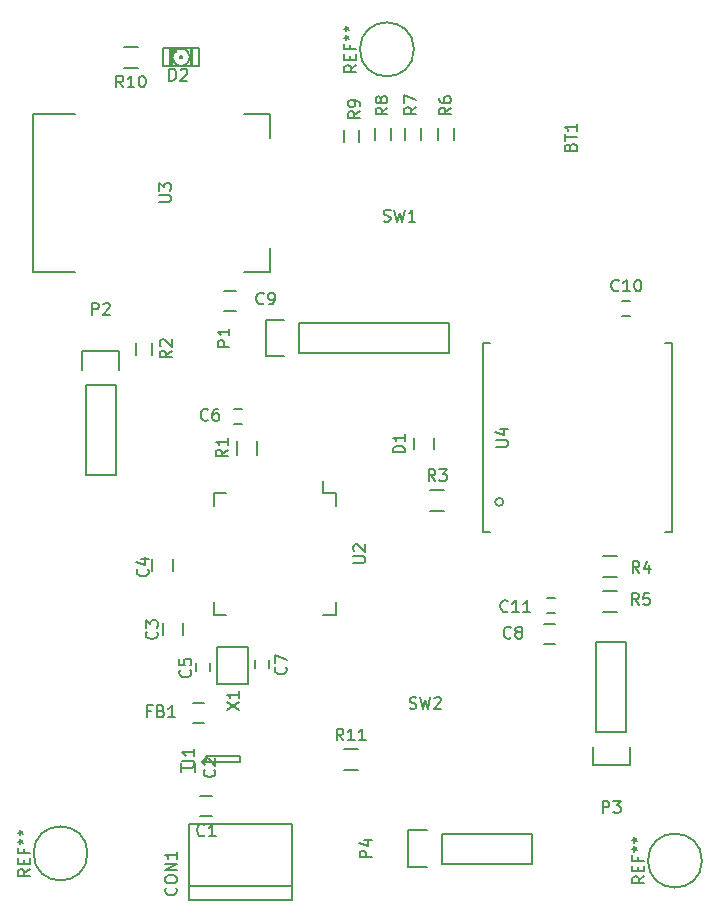
<source format=gbr>
G04 #@! TF.FileFunction,Legend,Top*
%FSLAX46Y46*%
G04 Gerber Fmt 4.6, Leading zero omitted, Abs format (unit mm)*
G04 Created by KiCad (PCBNEW (2015-07-31 BZR 6030)-product) date Sat Sep 12 09:45:10 2015*
%MOMM*%
G01*
G04 APERTURE LIST*
%ADD10C,0.100000*%
%ADD11C,0.150000*%
G04 APERTURE END LIST*
D10*
D11*
X94884200Y-50407400D02*
G75*
G03X94884200Y-50407400I-2286000J0D01*
G01*
X119268200Y-119089000D02*
G75*
G03X119268200Y-119089000I-2286000J0D01*
G01*
X76807400Y-115316200D02*
X77807400Y-115316200D01*
X77807400Y-113616200D02*
X76807400Y-113616200D01*
X76332600Y-110865000D02*
X76332600Y-111565000D01*
X75132600Y-111565000D02*
X75132600Y-110865000D01*
X75363400Y-99980200D02*
X75363400Y-98980200D01*
X73663400Y-98980200D02*
X73663400Y-99980200D01*
X74449000Y-94595400D02*
X74449000Y-93595400D01*
X72749000Y-93595400D02*
X72749000Y-94595400D01*
X77653400Y-102330600D02*
X77653400Y-103030600D01*
X76453400Y-103030600D02*
X76453400Y-102330600D01*
X80349800Y-82097000D02*
X79649800Y-82097000D01*
X79649800Y-80897000D02*
X80349800Y-80897000D01*
X81431800Y-102776600D02*
X81431800Y-102076600D01*
X82631800Y-102076600D02*
X82631800Y-102776600D01*
X106865000Y-99036600D02*
X105865000Y-99036600D01*
X105865000Y-100736600D02*
X106865000Y-100736600D01*
X79839400Y-70842600D02*
X78839400Y-70842600D01*
X78839400Y-72542600D02*
X79839400Y-72542600D01*
X112517400Y-71753000D02*
X113217400Y-71753000D01*
X113217400Y-72953000D02*
X112517400Y-72953000D01*
X106116600Y-96899000D02*
X106816600Y-96899000D01*
X106816600Y-98099000D02*
X106116600Y-98099000D01*
X75883000Y-122437000D02*
X84583000Y-122437000D01*
X75883000Y-116032000D02*
X84583000Y-116032000D01*
X84583000Y-116032000D02*
X84583000Y-122437000D01*
X84583000Y-121207000D02*
X75883000Y-121207000D01*
X75883000Y-122437000D02*
X75883000Y-116032000D01*
X94897800Y-83283000D02*
X94897800Y-84283000D01*
X96597800Y-84283000D02*
X96597800Y-83283000D01*
X75272860Y-50968740D02*
X75074740Y-50968740D01*
X75074740Y-50968740D02*
X75074740Y-51166860D01*
X75272860Y-51166860D02*
X75074740Y-51166860D01*
X75272860Y-50968740D02*
X75272860Y-51166860D01*
X74724220Y-50369300D02*
X74376240Y-50369300D01*
X74376240Y-50369300D02*
X74376240Y-50618220D01*
X74724220Y-50618220D02*
X74376240Y-50618220D01*
X74724220Y-50369300D02*
X74724220Y-50618220D01*
X74376240Y-50369300D02*
X74274640Y-50369300D01*
X74274640Y-50369300D02*
X74274640Y-51565640D01*
X74376240Y-51565640D02*
X74274640Y-51565640D01*
X74376240Y-50369300D02*
X74376240Y-51565640D01*
X74376240Y-51616440D02*
X74274640Y-51616440D01*
X74274640Y-51616440D02*
X74274640Y-51766300D01*
X74376240Y-51766300D02*
X74274640Y-51766300D01*
X74376240Y-51616440D02*
X74376240Y-51766300D01*
X76072960Y-50369300D02*
X75971360Y-50369300D01*
X75971360Y-50369300D02*
X75971360Y-51565640D01*
X76072960Y-51565640D02*
X75971360Y-51565640D01*
X76072960Y-50369300D02*
X76072960Y-51565640D01*
X76072960Y-51616440D02*
X75971360Y-51616440D01*
X75971360Y-51616440D02*
X75971360Y-51766300D01*
X76072960Y-51766300D02*
X75971360Y-51766300D01*
X76072960Y-51616440D02*
X76072960Y-51766300D01*
X74724220Y-50369300D02*
X74574360Y-50369300D01*
X74574360Y-50369300D02*
X74574360Y-50618220D01*
X74724220Y-50618220D02*
X74574360Y-50618220D01*
X74724220Y-50369300D02*
X74724220Y-50618220D01*
X73624400Y-50318500D02*
X76723200Y-50318500D01*
X76723200Y-50318500D02*
X76723200Y-51817100D01*
X76723200Y-51817100D02*
X73624400Y-51817100D01*
X73624400Y-51817100D02*
X73624400Y-50318500D01*
X75721062Y-50568446D02*
G75*
G03X74625160Y-50569960I-547262J-499354D01*
G01*
X75721933Y-51566198D02*
G75*
G03X75722440Y-50569960I-548133J498398D01*
G01*
X74626538Y-51567154D02*
G75*
G03X75722440Y-51565640I547262J499354D01*
G01*
X74625667Y-50569402D02*
G75*
G03X74625160Y-51565640I548133J-498398D01*
G01*
X77147000Y-105742200D02*
X76147000Y-105742200D01*
X76147000Y-107442200D02*
X77147000Y-107442200D01*
X85181400Y-73572200D02*
X97881400Y-73572200D01*
X97881400Y-73572200D02*
X97881400Y-76112200D01*
X97881400Y-76112200D02*
X85181400Y-76112200D01*
X82361400Y-73292200D02*
X83911400Y-73292200D01*
X85181400Y-73572200D02*
X85181400Y-76112200D01*
X83911400Y-76392200D02*
X82361400Y-76392200D01*
X82361400Y-76392200D02*
X82361400Y-73292200D01*
X67096600Y-78804600D02*
X67096600Y-86424600D01*
X69636600Y-78804600D02*
X69636600Y-86424600D01*
X69916600Y-75984600D02*
X69916600Y-77534600D01*
X67096600Y-86424600D02*
X69636600Y-86424600D01*
X69636600Y-78804600D02*
X67096600Y-78804600D01*
X66816600Y-77534600D02*
X66816600Y-75984600D01*
X66816600Y-75984600D02*
X69916600Y-75984600D01*
X112867400Y-108217800D02*
X112867400Y-100597800D01*
X110327400Y-108217800D02*
X110327400Y-100597800D01*
X110047400Y-111037800D02*
X110047400Y-109487800D01*
X112867400Y-100597800D02*
X110327400Y-100597800D01*
X110327400Y-108217800D02*
X112867400Y-108217800D01*
X113147400Y-109487800D02*
X113147400Y-111037800D01*
X113147400Y-111037800D02*
X110047400Y-111037800D01*
X97221000Y-119343000D02*
X104841000Y-119343000D01*
X97221000Y-116803000D02*
X104841000Y-116803000D01*
X94401000Y-116523000D02*
X95951000Y-116523000D01*
X104841000Y-119343000D02*
X104841000Y-116803000D01*
X97221000Y-116803000D02*
X97221000Y-119343000D01*
X95951000Y-119623000D02*
X94401000Y-119623000D01*
X94401000Y-119623000D02*
X94401000Y-116523000D01*
X81636800Y-83538600D02*
X81636800Y-84738600D01*
X79886800Y-84738600D02*
X79886800Y-83538600D01*
X71349200Y-76256600D02*
X71349200Y-75256600D01*
X72699200Y-75256600D02*
X72699200Y-76256600D01*
X97465400Y-89484000D02*
X96265400Y-89484000D01*
X96265400Y-87734000D02*
X97465400Y-87734000D01*
X110895800Y-93322000D02*
X112095800Y-93322000D01*
X112095800Y-95072000D02*
X110895800Y-95072000D01*
X110895800Y-96268400D02*
X112095800Y-96268400D01*
X112095800Y-98018400D02*
X110895800Y-98018400D01*
X96901600Y-58070200D02*
X96901600Y-57070200D01*
X98251600Y-57070200D02*
X98251600Y-58070200D01*
X94107600Y-58070200D02*
X94107600Y-57070200D01*
X95457600Y-57070200D02*
X95457600Y-58070200D01*
X91567600Y-58070200D02*
X91567600Y-57070200D01*
X92917600Y-57070200D02*
X92917600Y-58070200D01*
X88926000Y-58222600D02*
X88926000Y-57222600D01*
X90276000Y-57222600D02*
X90276000Y-58222600D01*
X70306600Y-50192800D02*
X71506600Y-50192800D01*
X71506600Y-51942800D02*
X70306600Y-51942800D01*
X90150200Y-111429600D02*
X88950200Y-111429600D01*
X88950200Y-109679600D02*
X90150200Y-109679600D01*
X77129800Y-110753000D02*
G75*
G03X77129800Y-110753000I-100000J0D01*
G01*
X77279800Y-110203000D02*
X77279800Y-110703000D01*
X80179800Y-110203000D02*
X77279800Y-110203000D01*
X80179800Y-110703000D02*
X80179800Y-110203000D01*
X77279800Y-110703000D02*
X80179800Y-110703000D01*
X88273600Y-87955200D02*
X87198600Y-87955200D01*
X88273600Y-98305200D02*
X87198600Y-98305200D01*
X77923600Y-98305200D02*
X78998600Y-98305200D01*
X77923600Y-87955200D02*
X78998600Y-87955200D01*
X88273600Y-87955200D02*
X88273600Y-89030200D01*
X77923600Y-87955200D02*
X77923600Y-89030200D01*
X77923600Y-98305200D02*
X77923600Y-97230200D01*
X88273600Y-98305200D02*
X88273600Y-97230200D01*
X87198600Y-87955200D02*
X87198600Y-86930200D01*
X66157440Y-69244040D02*
X62607440Y-69244040D01*
X62607440Y-69244040D02*
X62607440Y-55844040D01*
X62607440Y-55844040D02*
X66157440Y-55844040D01*
X82707440Y-55844040D02*
X80457440Y-55844040D01*
X82707440Y-57894040D02*
X82707440Y-55844040D01*
X80457440Y-69244040D02*
X82707440Y-69244040D01*
X82707440Y-69244040D02*
X82707440Y-67194040D01*
X100701800Y-75275000D02*
X101301800Y-75275000D01*
X116701800Y-75275000D02*
X116101800Y-75275000D01*
X116701800Y-91275000D02*
X116101800Y-91275000D01*
X100701800Y-91275000D02*
X101301800Y-91275000D01*
X100701800Y-75275000D02*
X100701800Y-91275000D01*
X116701800Y-91275000D02*
X116701800Y-75275000D01*
X102442785Y-88723300D02*
G75*
G03X102442785Y-88723300I-339905J0D01*
G01*
X78242600Y-104179000D02*
X78242600Y-100979000D01*
X78242600Y-100979000D02*
X80842600Y-100979000D01*
X80842600Y-100979000D02*
X80842600Y-104179000D01*
X80842600Y-104179000D02*
X78242600Y-104179000D01*
X67249000Y-118479400D02*
G75*
G03X67249000Y-118479400I-2286000J0D01*
G01*
X90002581Y-51740733D02*
X89526390Y-52074067D01*
X90002581Y-52312162D02*
X89002581Y-52312162D01*
X89002581Y-51931209D01*
X89050200Y-51835971D01*
X89097819Y-51788352D01*
X89193057Y-51740733D01*
X89335914Y-51740733D01*
X89431152Y-51788352D01*
X89478771Y-51835971D01*
X89526390Y-51931209D01*
X89526390Y-52312162D01*
X89478771Y-51312162D02*
X89478771Y-50978828D01*
X90002581Y-50835971D02*
X90002581Y-51312162D01*
X89002581Y-51312162D01*
X89002581Y-50835971D01*
X89478771Y-50074066D02*
X89478771Y-50407400D01*
X90002581Y-50407400D02*
X89002581Y-50407400D01*
X89002581Y-49931209D01*
X89002581Y-49407400D02*
X89240676Y-49407400D01*
X89145438Y-49645495D02*
X89240676Y-49407400D01*
X89145438Y-49169304D01*
X89431152Y-49550257D02*
X89240676Y-49407400D01*
X89431152Y-49264542D01*
X89002581Y-48645495D02*
X89240676Y-48645495D01*
X89145438Y-48883590D02*
X89240676Y-48645495D01*
X89145438Y-48407399D01*
X89431152Y-48788352D02*
X89240676Y-48645495D01*
X89431152Y-48502637D01*
X114386581Y-120422333D02*
X113910390Y-120755667D01*
X114386581Y-120993762D02*
X113386581Y-120993762D01*
X113386581Y-120612809D01*
X113434200Y-120517571D01*
X113481819Y-120469952D01*
X113577057Y-120422333D01*
X113719914Y-120422333D01*
X113815152Y-120469952D01*
X113862771Y-120517571D01*
X113910390Y-120612809D01*
X113910390Y-120993762D01*
X113862771Y-119993762D02*
X113862771Y-119660428D01*
X114386581Y-119517571D02*
X114386581Y-119993762D01*
X113386581Y-119993762D01*
X113386581Y-119517571D01*
X113862771Y-118755666D02*
X113862771Y-119089000D01*
X114386581Y-119089000D02*
X113386581Y-119089000D01*
X113386581Y-118612809D01*
X113386581Y-118089000D02*
X113624676Y-118089000D01*
X113529438Y-118327095D02*
X113624676Y-118089000D01*
X113529438Y-117850904D01*
X113815152Y-118231857D02*
X113624676Y-118089000D01*
X113815152Y-117946142D01*
X113386581Y-117327095D02*
X113624676Y-117327095D01*
X113529438Y-117565190D02*
X113624676Y-117327095D01*
X113529438Y-117088999D01*
X113815152Y-117469952D02*
X113624676Y-117327095D01*
X113815152Y-117184237D01*
X108130371Y-58660714D02*
X108177990Y-58517857D01*
X108225610Y-58470238D01*
X108320848Y-58422619D01*
X108463705Y-58422619D01*
X108558943Y-58470238D01*
X108606562Y-58517857D01*
X108654181Y-58613095D01*
X108654181Y-58994048D01*
X107654181Y-58994048D01*
X107654181Y-58660714D01*
X107701800Y-58565476D01*
X107749419Y-58517857D01*
X107844657Y-58470238D01*
X107939895Y-58470238D01*
X108035133Y-58517857D01*
X108082752Y-58565476D01*
X108130371Y-58660714D01*
X108130371Y-58994048D01*
X107654181Y-58136905D02*
X107654181Y-57565476D01*
X108654181Y-57851191D02*
X107654181Y-57851191D01*
X108654181Y-56708333D02*
X108654181Y-57279762D01*
X108654181Y-56994048D02*
X107654181Y-56994048D01*
X107797038Y-57089286D01*
X107892276Y-57184524D01*
X107939895Y-57279762D01*
X77140734Y-116923343D02*
X77093115Y-116970962D01*
X76950258Y-117018581D01*
X76855020Y-117018581D01*
X76712162Y-116970962D01*
X76616924Y-116875724D01*
X76569305Y-116780486D01*
X76521686Y-116590010D01*
X76521686Y-116447152D01*
X76569305Y-116256676D01*
X76616924Y-116161438D01*
X76712162Y-116066200D01*
X76855020Y-116018581D01*
X76950258Y-116018581D01*
X77093115Y-116066200D01*
X77140734Y-116113819D01*
X78093115Y-117018581D02*
X77521686Y-117018581D01*
X77807400Y-117018581D02*
X77807400Y-116018581D01*
X77712162Y-116161438D01*
X77616924Y-116256676D01*
X77521686Y-116304295D01*
X77989743Y-111381666D02*
X78037362Y-111429285D01*
X78084981Y-111572142D01*
X78084981Y-111667380D01*
X78037362Y-111810238D01*
X77942124Y-111905476D01*
X77846886Y-111953095D01*
X77656410Y-112000714D01*
X77513552Y-112000714D01*
X77323076Y-111953095D01*
X77227838Y-111905476D01*
X77132600Y-111810238D01*
X77084981Y-111667380D01*
X77084981Y-111572142D01*
X77132600Y-111429285D01*
X77180219Y-111381666D01*
X77180219Y-111000714D02*
X77132600Y-110953095D01*
X77084981Y-110857857D01*
X77084981Y-110619761D01*
X77132600Y-110524523D01*
X77180219Y-110476904D01*
X77275457Y-110429285D01*
X77370695Y-110429285D01*
X77513552Y-110476904D01*
X78084981Y-111048333D01*
X78084981Y-110429285D01*
X73092543Y-99697666D02*
X73140162Y-99745285D01*
X73187781Y-99888142D01*
X73187781Y-99983380D01*
X73140162Y-100126238D01*
X73044924Y-100221476D01*
X72949686Y-100269095D01*
X72759210Y-100316714D01*
X72616352Y-100316714D01*
X72425876Y-100269095D01*
X72330638Y-100221476D01*
X72235400Y-100126238D01*
X72187781Y-99983380D01*
X72187781Y-99888142D01*
X72235400Y-99745285D01*
X72283019Y-99697666D01*
X72187781Y-99364333D02*
X72187781Y-98745285D01*
X72568733Y-99078619D01*
X72568733Y-98935761D01*
X72616352Y-98840523D01*
X72663971Y-98792904D01*
X72759210Y-98745285D01*
X72997305Y-98745285D01*
X73092543Y-98792904D01*
X73140162Y-98840523D01*
X73187781Y-98935761D01*
X73187781Y-99221476D01*
X73140162Y-99316714D01*
X73092543Y-99364333D01*
X72330543Y-94414466D02*
X72378162Y-94462085D01*
X72425781Y-94604942D01*
X72425781Y-94700180D01*
X72378162Y-94843038D01*
X72282924Y-94938276D01*
X72187686Y-94985895D01*
X71997210Y-95033514D01*
X71854352Y-95033514D01*
X71663876Y-94985895D01*
X71568638Y-94938276D01*
X71473400Y-94843038D01*
X71425781Y-94700180D01*
X71425781Y-94604942D01*
X71473400Y-94462085D01*
X71521019Y-94414466D01*
X71759114Y-93557323D02*
X72425781Y-93557323D01*
X71378162Y-93795419D02*
X72092448Y-94033514D01*
X72092448Y-93414466D01*
X75937343Y-102948866D02*
X75984962Y-102996485D01*
X76032581Y-103139342D01*
X76032581Y-103234580D01*
X75984962Y-103377438D01*
X75889724Y-103472676D01*
X75794486Y-103520295D01*
X75604010Y-103567914D01*
X75461152Y-103567914D01*
X75270676Y-103520295D01*
X75175438Y-103472676D01*
X75080200Y-103377438D01*
X75032581Y-103234580D01*
X75032581Y-103139342D01*
X75080200Y-102996485D01*
X75127819Y-102948866D01*
X75032581Y-102044104D02*
X75032581Y-102520295D01*
X75508771Y-102567914D01*
X75461152Y-102520295D01*
X75413533Y-102425057D01*
X75413533Y-102186961D01*
X75461152Y-102091723D01*
X75508771Y-102044104D01*
X75604010Y-101996485D01*
X75842105Y-101996485D01*
X75937343Y-102044104D01*
X75984962Y-102091723D01*
X76032581Y-102186961D01*
X76032581Y-102425057D01*
X75984962Y-102520295D01*
X75937343Y-102567914D01*
X77445534Y-81752543D02*
X77397915Y-81800162D01*
X77255058Y-81847781D01*
X77159820Y-81847781D01*
X77016962Y-81800162D01*
X76921724Y-81704924D01*
X76874105Y-81609686D01*
X76826486Y-81419210D01*
X76826486Y-81276352D01*
X76874105Y-81085876D01*
X76921724Y-80990638D01*
X77016962Y-80895400D01*
X77159820Y-80847781D01*
X77255058Y-80847781D01*
X77397915Y-80895400D01*
X77445534Y-80943019D01*
X78302677Y-80847781D02*
X78112200Y-80847781D01*
X78016962Y-80895400D01*
X77969343Y-80943019D01*
X77874105Y-81085876D01*
X77826486Y-81276352D01*
X77826486Y-81657305D01*
X77874105Y-81752543D01*
X77921724Y-81800162D01*
X78016962Y-81847781D01*
X78207439Y-81847781D01*
X78302677Y-81800162D01*
X78350296Y-81752543D01*
X78397915Y-81657305D01*
X78397915Y-81419210D01*
X78350296Y-81323971D01*
X78302677Y-81276352D01*
X78207439Y-81228733D01*
X78016962Y-81228733D01*
X77921724Y-81276352D01*
X77874105Y-81323971D01*
X77826486Y-81419210D01*
X84014543Y-102694866D02*
X84062162Y-102742485D01*
X84109781Y-102885342D01*
X84109781Y-102980580D01*
X84062162Y-103123438D01*
X83966924Y-103218676D01*
X83871686Y-103266295D01*
X83681210Y-103313914D01*
X83538352Y-103313914D01*
X83347876Y-103266295D01*
X83252638Y-103218676D01*
X83157400Y-103123438D01*
X83109781Y-102980580D01*
X83109781Y-102885342D01*
X83157400Y-102742485D01*
X83205019Y-102694866D01*
X83109781Y-102361533D02*
X83109781Y-101694866D01*
X84109781Y-102123438D01*
X103099534Y-100192943D02*
X103051915Y-100240562D01*
X102909058Y-100288181D01*
X102813820Y-100288181D01*
X102670962Y-100240562D01*
X102575724Y-100145324D01*
X102528105Y-100050086D01*
X102480486Y-99859610D01*
X102480486Y-99716752D01*
X102528105Y-99526276D01*
X102575724Y-99431038D01*
X102670962Y-99335800D01*
X102813820Y-99288181D01*
X102909058Y-99288181D01*
X103051915Y-99335800D01*
X103099534Y-99383419D01*
X103670962Y-99716752D02*
X103575724Y-99669133D01*
X103528105Y-99621514D01*
X103480486Y-99526276D01*
X103480486Y-99478657D01*
X103528105Y-99383419D01*
X103575724Y-99335800D01*
X103670962Y-99288181D01*
X103861439Y-99288181D01*
X103956677Y-99335800D01*
X104004296Y-99383419D01*
X104051915Y-99478657D01*
X104051915Y-99526276D01*
X104004296Y-99621514D01*
X103956677Y-99669133D01*
X103861439Y-99716752D01*
X103670962Y-99716752D01*
X103575724Y-99764371D01*
X103528105Y-99811990D01*
X103480486Y-99907229D01*
X103480486Y-100097705D01*
X103528105Y-100192943D01*
X103575724Y-100240562D01*
X103670962Y-100288181D01*
X103861439Y-100288181D01*
X103956677Y-100240562D01*
X104004296Y-100192943D01*
X104051915Y-100097705D01*
X104051915Y-99907229D01*
X104004296Y-99811990D01*
X103956677Y-99764371D01*
X103861439Y-99716752D01*
X82169934Y-71897343D02*
X82122315Y-71944962D01*
X81979458Y-71992581D01*
X81884220Y-71992581D01*
X81741362Y-71944962D01*
X81646124Y-71849724D01*
X81598505Y-71754486D01*
X81550886Y-71564010D01*
X81550886Y-71421152D01*
X81598505Y-71230676D01*
X81646124Y-71135438D01*
X81741362Y-71040200D01*
X81884220Y-70992581D01*
X81979458Y-70992581D01*
X82122315Y-71040200D01*
X82169934Y-71087819D01*
X82646124Y-71992581D02*
X82836600Y-71992581D01*
X82931839Y-71944962D01*
X82979458Y-71897343D01*
X83074696Y-71754486D01*
X83122315Y-71564010D01*
X83122315Y-71183057D01*
X83074696Y-71087819D01*
X83027077Y-71040200D01*
X82931839Y-70992581D01*
X82741362Y-70992581D01*
X82646124Y-71040200D01*
X82598505Y-71087819D01*
X82550886Y-71183057D01*
X82550886Y-71421152D01*
X82598505Y-71516390D01*
X82646124Y-71564010D01*
X82741362Y-71611629D01*
X82931839Y-71611629D01*
X83027077Y-71564010D01*
X83074696Y-71516390D01*
X83122315Y-71421152D01*
X112224543Y-70810143D02*
X112176924Y-70857762D01*
X112034067Y-70905381D01*
X111938829Y-70905381D01*
X111795971Y-70857762D01*
X111700733Y-70762524D01*
X111653114Y-70667286D01*
X111605495Y-70476810D01*
X111605495Y-70333952D01*
X111653114Y-70143476D01*
X111700733Y-70048238D01*
X111795971Y-69953000D01*
X111938829Y-69905381D01*
X112034067Y-69905381D01*
X112176924Y-69953000D01*
X112224543Y-70000619D01*
X113176924Y-70905381D02*
X112605495Y-70905381D01*
X112891209Y-70905381D02*
X112891209Y-69905381D01*
X112795971Y-70048238D01*
X112700733Y-70143476D01*
X112605495Y-70191095D01*
X113795971Y-69905381D02*
X113891210Y-69905381D01*
X113986448Y-69953000D01*
X114034067Y-70000619D01*
X114081686Y-70095857D01*
X114129305Y-70286333D01*
X114129305Y-70524429D01*
X114081686Y-70714905D01*
X114034067Y-70810143D01*
X113986448Y-70857762D01*
X113891210Y-70905381D01*
X113795971Y-70905381D01*
X113700733Y-70857762D01*
X113653114Y-70810143D01*
X113605495Y-70714905D01*
X113557876Y-70524429D01*
X113557876Y-70286333D01*
X113605495Y-70095857D01*
X113653114Y-70000619D01*
X113700733Y-69953000D01*
X113795971Y-69905381D01*
X102826543Y-97957743D02*
X102778924Y-98005362D01*
X102636067Y-98052981D01*
X102540829Y-98052981D01*
X102397971Y-98005362D01*
X102302733Y-97910124D01*
X102255114Y-97814886D01*
X102207495Y-97624410D01*
X102207495Y-97481552D01*
X102255114Y-97291076D01*
X102302733Y-97195838D01*
X102397971Y-97100600D01*
X102540829Y-97052981D01*
X102636067Y-97052981D01*
X102778924Y-97100600D01*
X102826543Y-97148219D01*
X103778924Y-98052981D02*
X103207495Y-98052981D01*
X103493209Y-98052981D02*
X103493209Y-97052981D01*
X103397971Y-97195838D01*
X103302733Y-97291076D01*
X103207495Y-97338695D01*
X104731305Y-98052981D02*
X104159876Y-98052981D01*
X104445590Y-98052981D02*
X104445590Y-97052981D01*
X104350352Y-97195838D01*
X104255114Y-97291076D01*
X104159876Y-97338695D01*
X74715143Y-121396285D02*
X74762762Y-121443904D01*
X74810381Y-121586761D01*
X74810381Y-121681999D01*
X74762762Y-121824857D01*
X74667524Y-121920095D01*
X74572286Y-121967714D01*
X74381810Y-122015333D01*
X74238952Y-122015333D01*
X74048476Y-121967714D01*
X73953238Y-121920095D01*
X73858000Y-121824857D01*
X73810381Y-121681999D01*
X73810381Y-121586761D01*
X73858000Y-121443904D01*
X73905619Y-121396285D01*
X73810381Y-120777238D02*
X73810381Y-120586761D01*
X73858000Y-120491523D01*
X73953238Y-120396285D01*
X74143714Y-120348666D01*
X74477048Y-120348666D01*
X74667524Y-120396285D01*
X74762762Y-120491523D01*
X74810381Y-120586761D01*
X74810381Y-120777238D01*
X74762762Y-120872476D01*
X74667524Y-120967714D01*
X74477048Y-121015333D01*
X74143714Y-121015333D01*
X73953238Y-120967714D01*
X73858000Y-120872476D01*
X73810381Y-120777238D01*
X74810381Y-119920095D02*
X73810381Y-119920095D01*
X74810381Y-119348666D01*
X73810381Y-119348666D01*
X74810381Y-118348666D02*
X74810381Y-118920095D01*
X74810381Y-118634381D02*
X73810381Y-118634381D01*
X73953238Y-118729619D01*
X74048476Y-118824857D01*
X74096095Y-118920095D01*
X94100181Y-84521095D02*
X93100181Y-84521095D01*
X93100181Y-84283000D01*
X93147800Y-84140142D01*
X93243038Y-84044904D01*
X93338276Y-83997285D01*
X93528752Y-83949666D01*
X93671610Y-83949666D01*
X93862086Y-83997285D01*
X93957324Y-84044904D01*
X94052562Y-84140142D01*
X94100181Y-84283000D01*
X94100181Y-84521095D01*
X94100181Y-82997285D02*
X94100181Y-83568714D01*
X94100181Y-83283000D02*
X93100181Y-83283000D01*
X93243038Y-83378238D01*
X93338276Y-83473476D01*
X93385895Y-83568714D01*
X74181705Y-53044181D02*
X74181705Y-52044181D01*
X74419800Y-52044181D01*
X74562658Y-52091800D01*
X74657896Y-52187038D01*
X74705515Y-52282276D01*
X74753134Y-52472752D01*
X74753134Y-52615610D01*
X74705515Y-52806086D01*
X74657896Y-52901324D01*
X74562658Y-52996562D01*
X74419800Y-53044181D01*
X74181705Y-53044181D01*
X75134086Y-52139419D02*
X75181705Y-52091800D01*
X75276943Y-52044181D01*
X75515039Y-52044181D01*
X75610277Y-52091800D01*
X75657896Y-52139419D01*
X75705515Y-52234657D01*
X75705515Y-52329895D01*
X75657896Y-52472752D01*
X75086467Y-53044181D01*
X75705515Y-53044181D01*
X72613267Y-106419171D02*
X72279933Y-106419171D01*
X72279933Y-106942981D02*
X72279933Y-105942981D01*
X72756124Y-105942981D01*
X73470410Y-106419171D02*
X73613267Y-106466790D01*
X73660886Y-106514410D01*
X73708505Y-106609648D01*
X73708505Y-106752505D01*
X73660886Y-106847743D01*
X73613267Y-106895362D01*
X73518029Y-106942981D01*
X73137076Y-106942981D01*
X73137076Y-105942981D01*
X73470410Y-105942981D01*
X73565648Y-105990600D01*
X73613267Y-106038219D01*
X73660886Y-106133457D01*
X73660886Y-106228695D01*
X73613267Y-106323933D01*
X73565648Y-106371552D01*
X73470410Y-106419171D01*
X73137076Y-106419171D01*
X74660886Y-106942981D02*
X74089457Y-106942981D01*
X74375171Y-106942981D02*
X74375171Y-105942981D01*
X74279933Y-106085838D01*
X74184695Y-106181076D01*
X74089457Y-106228695D01*
X79263781Y-75580295D02*
X78263781Y-75580295D01*
X78263781Y-75199342D01*
X78311400Y-75104104D01*
X78359019Y-75056485D01*
X78454257Y-75008866D01*
X78597114Y-75008866D01*
X78692352Y-75056485D01*
X78739971Y-75104104D01*
X78787590Y-75199342D01*
X78787590Y-75580295D01*
X79263781Y-74056485D02*
X79263781Y-74627914D01*
X79263781Y-74342200D02*
X78263781Y-74342200D01*
X78406638Y-74437438D01*
X78501876Y-74532676D01*
X78549495Y-74627914D01*
X67628505Y-72886981D02*
X67628505Y-71886981D01*
X68009458Y-71886981D01*
X68104696Y-71934600D01*
X68152315Y-71982219D01*
X68199934Y-72077457D01*
X68199934Y-72220314D01*
X68152315Y-72315552D01*
X68104696Y-72363171D01*
X68009458Y-72410790D01*
X67628505Y-72410790D01*
X68580886Y-71982219D02*
X68628505Y-71934600D01*
X68723743Y-71886981D01*
X68961839Y-71886981D01*
X69057077Y-71934600D01*
X69104696Y-71982219D01*
X69152315Y-72077457D01*
X69152315Y-72172695D01*
X69104696Y-72315552D01*
X68533267Y-72886981D01*
X69152315Y-72886981D01*
X110859305Y-115040181D02*
X110859305Y-114040181D01*
X111240258Y-114040181D01*
X111335496Y-114087800D01*
X111383115Y-114135419D01*
X111430734Y-114230657D01*
X111430734Y-114373514D01*
X111383115Y-114468752D01*
X111335496Y-114516371D01*
X111240258Y-114563990D01*
X110859305Y-114563990D01*
X111764067Y-114040181D02*
X112383115Y-114040181D01*
X112049781Y-114421133D01*
X112192639Y-114421133D01*
X112287877Y-114468752D01*
X112335496Y-114516371D01*
X112383115Y-114611610D01*
X112383115Y-114849705D01*
X112335496Y-114944943D01*
X112287877Y-114992562D01*
X112192639Y-115040181D01*
X111906924Y-115040181D01*
X111811686Y-114992562D01*
X111764067Y-114944943D01*
X91303381Y-118811095D02*
X90303381Y-118811095D01*
X90303381Y-118430142D01*
X90351000Y-118334904D01*
X90398619Y-118287285D01*
X90493857Y-118239666D01*
X90636714Y-118239666D01*
X90731952Y-118287285D01*
X90779571Y-118334904D01*
X90827190Y-118430142D01*
X90827190Y-118811095D01*
X90636714Y-117382523D02*
X91303381Y-117382523D01*
X90255762Y-117620619D02*
X90970048Y-117858714D01*
X90970048Y-117239666D01*
X79114181Y-84305266D02*
X78637990Y-84638600D01*
X79114181Y-84876695D02*
X78114181Y-84876695D01*
X78114181Y-84495742D01*
X78161800Y-84400504D01*
X78209419Y-84352885D01*
X78304657Y-84305266D01*
X78447514Y-84305266D01*
X78542752Y-84352885D01*
X78590371Y-84400504D01*
X78637990Y-84495742D01*
X78637990Y-84876695D01*
X79114181Y-83352885D02*
X79114181Y-83924314D01*
X79114181Y-83638600D02*
X78114181Y-83638600D01*
X78257038Y-83733838D01*
X78352276Y-83829076D01*
X78399895Y-83924314D01*
X74376581Y-75923266D02*
X73900390Y-76256600D01*
X74376581Y-76494695D02*
X73376581Y-76494695D01*
X73376581Y-76113742D01*
X73424200Y-76018504D01*
X73471819Y-75970885D01*
X73567057Y-75923266D01*
X73709914Y-75923266D01*
X73805152Y-75970885D01*
X73852771Y-76018504D01*
X73900390Y-76113742D01*
X73900390Y-76494695D01*
X73471819Y-75542314D02*
X73424200Y-75494695D01*
X73376581Y-75399457D01*
X73376581Y-75161361D01*
X73424200Y-75066123D01*
X73471819Y-75018504D01*
X73567057Y-74970885D01*
X73662295Y-74970885D01*
X73805152Y-75018504D01*
X74376581Y-75589933D01*
X74376581Y-74970885D01*
X96698734Y-86961381D02*
X96365400Y-86485190D01*
X96127305Y-86961381D02*
X96127305Y-85961381D01*
X96508258Y-85961381D01*
X96603496Y-86009000D01*
X96651115Y-86056619D01*
X96698734Y-86151857D01*
X96698734Y-86294714D01*
X96651115Y-86389952D01*
X96603496Y-86437571D01*
X96508258Y-86485190D01*
X96127305Y-86485190D01*
X97032067Y-85961381D02*
X97651115Y-85961381D01*
X97317781Y-86342333D01*
X97460639Y-86342333D01*
X97555877Y-86389952D01*
X97603496Y-86437571D01*
X97651115Y-86532810D01*
X97651115Y-86770905D01*
X97603496Y-86866143D01*
X97555877Y-86913762D01*
X97460639Y-86961381D01*
X97174924Y-86961381D01*
X97079686Y-86913762D01*
X97032067Y-86866143D01*
X113970734Y-94750981D02*
X113637400Y-94274790D01*
X113399305Y-94750981D02*
X113399305Y-93750981D01*
X113780258Y-93750981D01*
X113875496Y-93798600D01*
X113923115Y-93846219D01*
X113970734Y-93941457D01*
X113970734Y-94084314D01*
X113923115Y-94179552D01*
X113875496Y-94227171D01*
X113780258Y-94274790D01*
X113399305Y-94274790D01*
X114827877Y-94084314D02*
X114827877Y-94750981D01*
X114589781Y-93703362D02*
X114351686Y-94417648D01*
X114970734Y-94417648D01*
X113919934Y-97443381D02*
X113586600Y-96967190D01*
X113348505Y-97443381D02*
X113348505Y-96443381D01*
X113729458Y-96443381D01*
X113824696Y-96491000D01*
X113872315Y-96538619D01*
X113919934Y-96633857D01*
X113919934Y-96776714D01*
X113872315Y-96871952D01*
X113824696Y-96919571D01*
X113729458Y-96967190D01*
X113348505Y-96967190D01*
X114824696Y-96443381D02*
X114348505Y-96443381D01*
X114300886Y-96919571D01*
X114348505Y-96871952D01*
X114443743Y-96824333D01*
X114681839Y-96824333D01*
X114777077Y-96871952D01*
X114824696Y-96919571D01*
X114872315Y-97014810D01*
X114872315Y-97252905D01*
X114824696Y-97348143D01*
X114777077Y-97395762D01*
X114681839Y-97443381D01*
X114443743Y-97443381D01*
X114348505Y-97395762D01*
X114300886Y-97348143D01*
X98028981Y-55349266D02*
X97552790Y-55682600D01*
X98028981Y-55920695D02*
X97028981Y-55920695D01*
X97028981Y-55539742D01*
X97076600Y-55444504D01*
X97124219Y-55396885D01*
X97219457Y-55349266D01*
X97362314Y-55349266D01*
X97457552Y-55396885D01*
X97505171Y-55444504D01*
X97552790Y-55539742D01*
X97552790Y-55920695D01*
X97028981Y-54492123D02*
X97028981Y-54682600D01*
X97076600Y-54777838D01*
X97124219Y-54825457D01*
X97267076Y-54920695D01*
X97457552Y-54968314D01*
X97838505Y-54968314D01*
X97933743Y-54920695D01*
X97981362Y-54873076D01*
X98028981Y-54777838D01*
X98028981Y-54587361D01*
X97981362Y-54492123D01*
X97933743Y-54444504D01*
X97838505Y-54396885D01*
X97600410Y-54396885D01*
X97505171Y-54444504D01*
X97457552Y-54492123D01*
X97409933Y-54587361D01*
X97409933Y-54777838D01*
X97457552Y-54873076D01*
X97505171Y-54920695D01*
X97600410Y-54968314D01*
X95082581Y-55298466D02*
X94606390Y-55631800D01*
X95082581Y-55869895D02*
X94082581Y-55869895D01*
X94082581Y-55488942D01*
X94130200Y-55393704D01*
X94177819Y-55346085D01*
X94273057Y-55298466D01*
X94415914Y-55298466D01*
X94511152Y-55346085D01*
X94558771Y-55393704D01*
X94606390Y-55488942D01*
X94606390Y-55869895D01*
X94082581Y-54965133D02*
X94082581Y-54298466D01*
X95082581Y-54727038D01*
X92644181Y-55349266D02*
X92167990Y-55682600D01*
X92644181Y-55920695D02*
X91644181Y-55920695D01*
X91644181Y-55539742D01*
X91691800Y-55444504D01*
X91739419Y-55396885D01*
X91834657Y-55349266D01*
X91977514Y-55349266D01*
X92072752Y-55396885D01*
X92120371Y-55444504D01*
X92167990Y-55539742D01*
X92167990Y-55920695D01*
X92072752Y-54777838D02*
X92025133Y-54873076D01*
X91977514Y-54920695D01*
X91882276Y-54968314D01*
X91834657Y-54968314D01*
X91739419Y-54920695D01*
X91691800Y-54873076D01*
X91644181Y-54777838D01*
X91644181Y-54587361D01*
X91691800Y-54492123D01*
X91739419Y-54444504D01*
X91834657Y-54396885D01*
X91882276Y-54396885D01*
X91977514Y-54444504D01*
X92025133Y-54492123D01*
X92072752Y-54587361D01*
X92072752Y-54777838D01*
X92120371Y-54873076D01*
X92167990Y-54920695D01*
X92263229Y-54968314D01*
X92453705Y-54968314D01*
X92548943Y-54920695D01*
X92596562Y-54873076D01*
X92644181Y-54777838D01*
X92644181Y-54587361D01*
X92596562Y-54492123D01*
X92548943Y-54444504D01*
X92453705Y-54396885D01*
X92263229Y-54396885D01*
X92167990Y-54444504D01*
X92120371Y-54492123D01*
X92072752Y-54587361D01*
X90307381Y-55654066D02*
X89831190Y-55987400D01*
X90307381Y-56225495D02*
X89307381Y-56225495D01*
X89307381Y-55844542D01*
X89355000Y-55749304D01*
X89402619Y-55701685D01*
X89497857Y-55654066D01*
X89640714Y-55654066D01*
X89735952Y-55701685D01*
X89783571Y-55749304D01*
X89831190Y-55844542D01*
X89831190Y-56225495D01*
X90307381Y-55177876D02*
X90307381Y-54987400D01*
X90259762Y-54892161D01*
X90212143Y-54844542D01*
X90069286Y-54749304D01*
X89878810Y-54701685D01*
X89497857Y-54701685D01*
X89402619Y-54749304D01*
X89355000Y-54796923D01*
X89307381Y-54892161D01*
X89307381Y-55082638D01*
X89355000Y-55177876D01*
X89402619Y-55225495D01*
X89497857Y-55273114D01*
X89735952Y-55273114D01*
X89831190Y-55225495D01*
X89878810Y-55177876D01*
X89926429Y-55082638D01*
X89926429Y-54892161D01*
X89878810Y-54796923D01*
X89831190Y-54749304D01*
X89735952Y-54701685D01*
X70263743Y-53620181D02*
X69930409Y-53143990D01*
X69692314Y-53620181D02*
X69692314Y-52620181D01*
X70073267Y-52620181D01*
X70168505Y-52667800D01*
X70216124Y-52715419D01*
X70263743Y-52810657D01*
X70263743Y-52953514D01*
X70216124Y-53048752D01*
X70168505Y-53096371D01*
X70073267Y-53143990D01*
X69692314Y-53143990D01*
X71216124Y-53620181D02*
X70644695Y-53620181D01*
X70930409Y-53620181D02*
X70930409Y-52620181D01*
X70835171Y-52763038D01*
X70739933Y-52858276D01*
X70644695Y-52905895D01*
X71835171Y-52620181D02*
X71930410Y-52620181D01*
X72025648Y-52667800D01*
X72073267Y-52715419D01*
X72120886Y-52810657D01*
X72168505Y-53001133D01*
X72168505Y-53239229D01*
X72120886Y-53429705D01*
X72073267Y-53524943D01*
X72025648Y-53572562D01*
X71930410Y-53620181D01*
X71835171Y-53620181D01*
X71739933Y-53572562D01*
X71692314Y-53524943D01*
X71644695Y-53429705D01*
X71597076Y-53239229D01*
X71597076Y-53001133D01*
X71644695Y-52810657D01*
X71692314Y-52715419D01*
X71739933Y-52667800D01*
X71835171Y-52620181D01*
X88907343Y-108906981D02*
X88574009Y-108430790D01*
X88335914Y-108906981D02*
X88335914Y-107906981D01*
X88716867Y-107906981D01*
X88812105Y-107954600D01*
X88859724Y-108002219D01*
X88907343Y-108097457D01*
X88907343Y-108240314D01*
X88859724Y-108335552D01*
X88812105Y-108383171D01*
X88716867Y-108430790D01*
X88335914Y-108430790D01*
X89859724Y-108906981D02*
X89288295Y-108906981D01*
X89574009Y-108906981D02*
X89574009Y-107906981D01*
X89478771Y-108049838D01*
X89383533Y-108145076D01*
X89288295Y-108192695D01*
X90812105Y-108906981D02*
X90240676Y-108906981D01*
X90526390Y-108906981D02*
X90526390Y-107906981D01*
X90431152Y-108049838D01*
X90335914Y-108145076D01*
X90240676Y-108192695D01*
X92331667Y-64942562D02*
X92474524Y-64990181D01*
X92712620Y-64990181D01*
X92807858Y-64942562D01*
X92855477Y-64894943D01*
X92903096Y-64799705D01*
X92903096Y-64704467D01*
X92855477Y-64609229D01*
X92807858Y-64561610D01*
X92712620Y-64513990D01*
X92522143Y-64466371D01*
X92426905Y-64418752D01*
X92379286Y-64371133D01*
X92331667Y-64275895D01*
X92331667Y-64180657D01*
X92379286Y-64085419D01*
X92426905Y-64037800D01*
X92522143Y-63990181D01*
X92760239Y-63990181D01*
X92903096Y-64037800D01*
X93236429Y-63990181D02*
X93474524Y-64990181D01*
X93665001Y-64275895D01*
X93855477Y-64990181D01*
X94093572Y-63990181D01*
X94998334Y-64990181D02*
X94426905Y-64990181D01*
X94712619Y-64990181D02*
X94712619Y-63990181D01*
X94617381Y-64133038D01*
X94522143Y-64228276D01*
X94426905Y-64275895D01*
X94516067Y-106192162D02*
X94658924Y-106239781D01*
X94897020Y-106239781D01*
X94992258Y-106192162D01*
X95039877Y-106144543D01*
X95087496Y-106049305D01*
X95087496Y-105954067D01*
X95039877Y-105858829D01*
X94992258Y-105811210D01*
X94897020Y-105763590D01*
X94706543Y-105715971D01*
X94611305Y-105668352D01*
X94563686Y-105620733D01*
X94516067Y-105525495D01*
X94516067Y-105430257D01*
X94563686Y-105335019D01*
X94611305Y-105287400D01*
X94706543Y-105239781D01*
X94944639Y-105239781D01*
X95087496Y-105287400D01*
X95420829Y-105239781D02*
X95658924Y-106239781D01*
X95849401Y-105525495D01*
X96039877Y-106239781D01*
X96277972Y-105239781D01*
X96611305Y-105335019D02*
X96658924Y-105287400D01*
X96754162Y-105239781D01*
X96992258Y-105239781D01*
X97087496Y-105287400D01*
X97135115Y-105335019D01*
X97182734Y-105430257D01*
X97182734Y-105525495D01*
X97135115Y-105668352D01*
X96563686Y-106239781D01*
X97182734Y-106239781D01*
X75282181Y-111214905D02*
X76091705Y-111214905D01*
X76186943Y-111167286D01*
X76234562Y-111119667D01*
X76282181Y-111024429D01*
X76282181Y-110833952D01*
X76234562Y-110738714D01*
X76186943Y-110691095D01*
X76091705Y-110643476D01*
X75282181Y-110643476D01*
X76282181Y-109643476D02*
X76282181Y-110214905D01*
X76282181Y-109929191D02*
X75282181Y-109929191D01*
X75425038Y-110024429D01*
X75520276Y-110119667D01*
X75567895Y-110214905D01*
X89750981Y-93892105D02*
X90560505Y-93892105D01*
X90655743Y-93844486D01*
X90703362Y-93796867D01*
X90750981Y-93701629D01*
X90750981Y-93511152D01*
X90703362Y-93415914D01*
X90655743Y-93368295D01*
X90560505Y-93320676D01*
X89750981Y-93320676D01*
X89846219Y-92892105D02*
X89798600Y-92844486D01*
X89750981Y-92749248D01*
X89750981Y-92511152D01*
X89798600Y-92415914D01*
X89846219Y-92368295D01*
X89941457Y-92320676D01*
X90036695Y-92320676D01*
X90179552Y-92368295D01*
X90750981Y-92939724D01*
X90750981Y-92320676D01*
X73305381Y-63310505D02*
X74114905Y-63310505D01*
X74210143Y-63262886D01*
X74257762Y-63215267D01*
X74305381Y-63120029D01*
X74305381Y-62929552D01*
X74257762Y-62834314D01*
X74210143Y-62786695D01*
X74114905Y-62739076D01*
X73305381Y-62739076D01*
X73305381Y-62358124D02*
X73305381Y-61739076D01*
X73686333Y-62072410D01*
X73686333Y-61929552D01*
X73733952Y-61834314D01*
X73781571Y-61786695D01*
X73876810Y-61739076D01*
X74114905Y-61739076D01*
X74210143Y-61786695D01*
X74257762Y-61834314D01*
X74305381Y-61929552D01*
X74305381Y-62215267D01*
X74257762Y-62310505D01*
X74210143Y-62358124D01*
X101834661Y-84064845D02*
X102644185Y-84064845D01*
X102739423Y-84017226D01*
X102787042Y-83969607D01*
X102834661Y-83874369D01*
X102834661Y-83683892D01*
X102787042Y-83588654D01*
X102739423Y-83541035D01*
X102644185Y-83493416D01*
X101834661Y-83493416D01*
X102167994Y-82588654D02*
X102834661Y-82588654D01*
X101787042Y-82826750D02*
X102501328Y-83064845D01*
X102501328Y-82445797D01*
X79045781Y-106334924D02*
X80045781Y-105668257D01*
X79045781Y-105668257D02*
X80045781Y-106334924D01*
X80045781Y-104763495D02*
X80045781Y-105334924D01*
X80045781Y-105049210D02*
X79045781Y-105049210D01*
X79188638Y-105144448D01*
X79283876Y-105239686D01*
X79331495Y-105334924D01*
X62367381Y-119812733D02*
X61891190Y-120146067D01*
X62367381Y-120384162D02*
X61367381Y-120384162D01*
X61367381Y-120003209D01*
X61415000Y-119907971D01*
X61462619Y-119860352D01*
X61557857Y-119812733D01*
X61700714Y-119812733D01*
X61795952Y-119860352D01*
X61843571Y-119907971D01*
X61891190Y-120003209D01*
X61891190Y-120384162D01*
X61843571Y-119384162D02*
X61843571Y-119050828D01*
X62367381Y-118907971D02*
X62367381Y-119384162D01*
X61367381Y-119384162D01*
X61367381Y-118907971D01*
X61843571Y-118146066D02*
X61843571Y-118479400D01*
X62367381Y-118479400D02*
X61367381Y-118479400D01*
X61367381Y-118003209D01*
X61367381Y-117479400D02*
X61605476Y-117479400D01*
X61510238Y-117717495D02*
X61605476Y-117479400D01*
X61510238Y-117241304D01*
X61795952Y-117622257D02*
X61605476Y-117479400D01*
X61795952Y-117336542D01*
X61367381Y-116717495D02*
X61605476Y-116717495D01*
X61510238Y-116955590D02*
X61605476Y-116717495D01*
X61510238Y-116479399D01*
X61795952Y-116860352D02*
X61605476Y-116717495D01*
X61795952Y-116574637D01*
M02*

</source>
